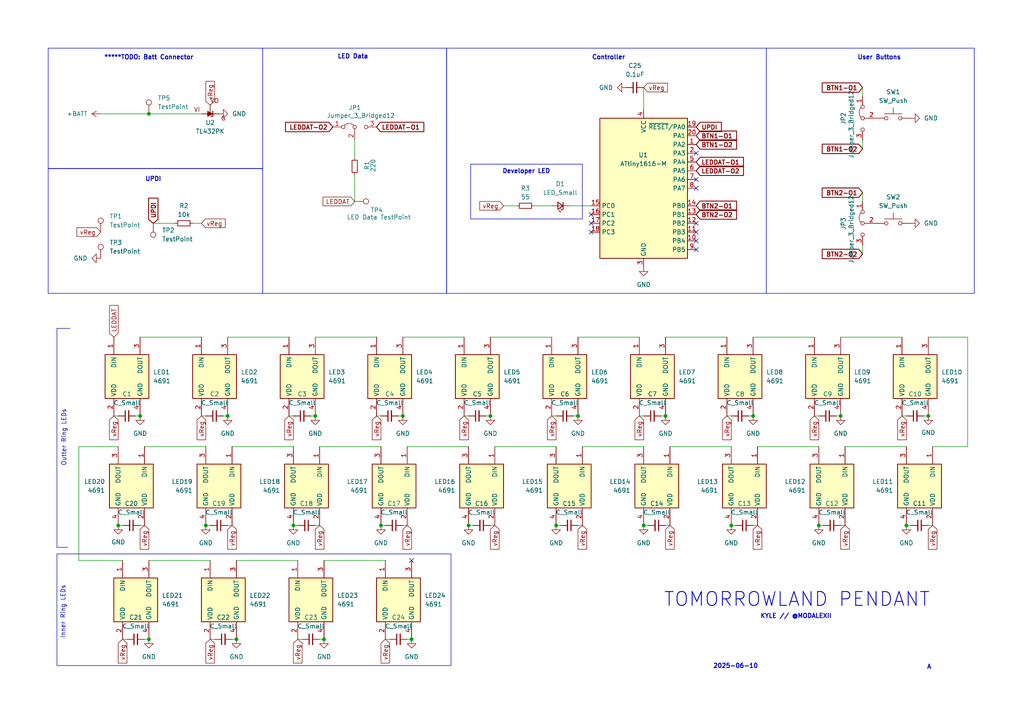
<source format=kicad_sch>
(kicad_sch (version 20231120) (generator "eeschema") (generator_version "8.0")
  (paper "A4")
  (lib_symbols
    (symbol "Connector:TestPoint" (pin_numbers hide) (pin_names (offset 0.762) hide)
      (property "Reference" "TP" (at 0 6.858 0))
      (property "Value" "TestPoint" (at 0 5.08 0))
      (symbol "TestPoint_1_1"
        (pin passive line (at 0 0 90) (length 2.54) (name "1") (number "1"))
      )
    )
    (symbol "Device:C_Small" (pin_numbers hide) (pin_names (offset 0.254) hide)
      (property "Reference" "C" (at 0.254 1.778 0))
      (property "Value" "C_Small" (at 0.254 -2.032 0))
      (symbol "C_Small_1_1"
        (pin passive line (at 0 2.54 270) (length 2.032) (name "~") (number "1"))
        (pin passive line (at 0 -2.54 90) (length 2.032) (name "~") (number "2"))
      )
    )
    (symbol "Device:LED_Small" (pin_numbers hide) (pin_names (offset 0.254) hide)
      (property "Reference" "D" (at -1.27 3.175 0))
      (property "Value" "LED_Small" (at -4.445 -2.54 0))
      (symbol "LED_Small_1_1"
        (pin passive line (at -2.54 0 0) (length 1.778) (name "K") (number "1"))
        (pin passive line (at 2.54 0 180) (length 1.778) (name "A") (number "2"))
      )
    )
    (symbol "Device:R_Small" (pin_numbers hide) (pin_names (offset 0.254) hide)
      (property "Reference" "R" (at 0.762 0.508 0))
      (property "Value" "R_Small" (at 0.762 -1.016 0))
      (symbol "R_Small_1_1"
        (pin passive line (at 0 2.54 270) (length 0.762) (name "~") (number "1"))
        (pin passive line (at 0 -2.54 90) (length 0.762) (name "~") (number "2"))
      )
    )
    (symbol "Jumper:Jumper_3_Bridged12" (pin_names (offset 0) hide) (exclude_from_sim yes) (in_bom no)
      (property "Reference" "JP" (at -2.54 -2.54 0))
      (property "Value" "Jumper_3_Bridged12" (at 0 2.794 0))
      (symbol "Jumper_3_Bridged12_1_1"
        (pin passive line (at -6.35 0 0) (length 2.54) (name "A") (number "1"))
        (pin passive line (at 0 -3.81 90) (length 2.54) (name "C") (number "2"))
        (pin passive line (at 6.35 0 180) (length 2.54) (name "B") (number "3"))
      )
    )
    (symbol "MCU_Microchip_ATtiny:ATtiny1616-M"
      (property "Reference" "U" (at -12.7 21.59 0))
      (property "Value" "ATtiny1616-M" (at 2.54 -21.59 0))
      (symbol "ATtiny1616-M_1_1"
        (pin bidirectional line (at 15.24 12.7 180) (length 2.54) (name "PA2") (number "1"))
        (pin bidirectional line (at 15.24 -15.24 180) (length 2.54) (name "PB4") (number "10"))
        (pin bidirectional line (at 15.24 -12.7 180) (length 2.54) (name "PB3") (number "11"))
        (pin bidirectional line (at 15.24 -10.16 180) (length 2.54) (name "PB2") (number "12"))
        (pin bidirectional line (at 15.24 -7.62 180) (length 2.54) (name "PB1") (number "13"))
        (pin bidirectional line (at 15.24 -5.08 180) (length 2.54) (name "PB0") (number "14"))
        (pin bidirectional line (at -15.24 -5.08 0) (length 2.54) (name "PC0") (number "15"))
        (pin bidirectional line (at -15.24 -7.62 0) (length 2.54) (name "PC1") (number "16"))
        (pin bidirectional line (at -15.24 -10.16 0) (length 2.54) (name "PC2") (number "17"))
        (pin bidirectional line (at -15.24 -12.7 0) (length 2.54) (name "PC3") (number "18"))
        (pin bidirectional line (at 15.24 17.78 180) (length 2.54) (name "~{RESET}/PA0") (number "19"))
        (pin bidirectional line (at 15.24 10.16 180) (length 2.54) (name "PA3") (number "2"))
        (pin bidirectional line (at 15.24 15.24 180) (length 2.54) (name "PA1") (number "20"))
        (pin passive line (at 0 -22.86 90) (length 2.54) hide (name "GND") (number "21"))
        (pin power_in line (at 0 -22.86 90) (length 2.54) (name "GND") (number "3"))
        (pin power_in line (at 0 22.86 270) (length 2.54) (name "VCC") (number "4"))
        (pin bidirectional line (at 15.24 7.62 180) (length 2.54) (name "PA4") (number "5"))
        (pin bidirectional line (at 15.24 5.08 180) (length 2.54) (name "PA5") (number "6"))
        (pin bidirectional line (at 15.24 2.54 180) (length 2.54) (name "PA6") (number "7"))
        (pin bidirectional line (at 15.24 0 180) (length 2.54) (name "PA7") (number "8"))
        (pin bidirectional line (at 15.24 -17.78 180) (length 2.54) (name "PB5") (number "9"))
      )
    )
    (symbol "Reference_Voltage:TL432PK" (pin_numbers hide) (pin_names hide)
      (property "Reference" "U2" (at 0 -2.54 0))
      (property "Value" "TL432PK" (at 0 -5.08 0))
      (symbol "TL432PK_1_1"
        (text "G" (at 3.81 -1.27 0) (effects (font (size 1.27 1.27))))
        (text "VI" (at -3.81 1.27 0) (effects (font (size 1.27 1.27))))
        (text "VO" (at 1.27 3.81 0) (effects (font (size 1.27 1.27))))
        (pin passive line (at 2.54 0 180) (length 2.54) (name "GND") (number "1"))
        (pin passive line (at -2.54 0 0) (length 2.54) (name "VIN") (number "2"))
        (pin passive line (at 0 2.54 270) (length 2.54) (name "VOUT") (number "3"))
      )
    )
    (symbol "SamacSys_Parts:4691"
      (property "Reference" "LED1" (at 10.1599 -11.43 90))
      (property "Value" "4691" (at 12.6999 -11.43 90))
      (symbol "4691_1_1"
        (pin passive line (at 0 0 0) (length 5.08) (name "DIN") (number "1"))
        (pin passive line (at 22.86 0 180) (length 5.08) (name "VDD") (number "2"))
        (pin passive line (at 0 -7.62 0) (length 5.08) (name "DOUT") (number "3"))
        (pin passive line (at 22.86 -7.62 180) (length 5.08) (name "GND") (number "4"))
      )
    )
    (symbol "Switch:SW_Push" (pin_numbers hide) (pin_names (offset 1.016) hide)
      (property "Reference" "SW" (at 1.27 2.54 0))
      (property "Value" "SW_Push" (at 0 -1.524 0))
      (symbol "SW_Push_0_1"
        (pin passive line (at -5.08 0 0) (length 2.54) (name "1") (number "1"))
        (pin passive line (at 5.08 0 180) (length 2.54) (name "2") (number "2"))
      )
    )
    (symbol "power:+BATT" (power) (pin_numbers hide) (pin_names (offset 0) hide)
      (property "Value" "+BATT" (at 0 3.556 0))
      (symbol "+BATT_1_1"
        (pin power_in line (at 0 0 90) (length 0) (name "~") (number "1"))
      )
    )
    (symbol "power:GND" (power) (pin_numbers hide) (pin_names (offset 0) hide)
      (property "Value" "GND" (at 0 -3.81 0))
      (symbol "GND_1_1"
        (pin power_in line (at 0 0 270) (length 0) (name "~") (number "1"))
      )
    )
  )
  (junction (at 269.24 120.65))
  (junction (at 43.18 185.42))
  (junction (at 66.04 120.65))
  (junction (at 85.09 152.4))
  (junction (at 142.24 120.65))
  (junction (at 193.04 120.65))
  (junction (at 116.84 120.65))
  (junction (at 40.64 120.65))
  (junction (at 135.89 152.4))
  (junction (at 68.58 185.42))
  (junction (at 161.29 152.4))
  (junction (at 237.49 152.4))
  (junction (at 43.18 33.02))
  (junction (at 218.44 120.65))
  (junction (at 91.44 120.65))
  (junction (at 167.64 120.65))
  (junction (at 93.98 185.42))
  (junction (at 119.38 185.42))
  (junction (at 59.69 152.4))
  (junction (at 212.09 152.4))
  (junction (at 186.69 152.4))
  (junction (at 34.29 152.4))
  (junction (at 243.84 120.65))
  (junction (at 262.89 152.4))
  (junction (at 110.49 152.4))
  (no_connect (at 201.93 72.39))
  (no_connect (at 201.93 52.07))
  (no_connect (at 119.38 162.56))
  (no_connect (at 201.93 67.31))
  (no_connect (at 201.93 54.61))
  (no_connect (at 171.45 64.77))
  (no_connect (at 201.93 64.77))
  (no_connect (at 171.45 67.31))
  (no_connect (at 201.93 69.85))
  (no_connect (at 171.45 62.23))
  (no_connect (at 201.93 44.45))
  (wire (pts (xy 60.96 152.4) (xy 59.69 152.4)))
  (wire (pts (xy 264.16 152.4) (xy 262.89 152.4)))
  (wire (pts (xy 29.21 33.02) (xy 43.18 33.02)))
  (wire (pts (xy 270.51 129.54) (xy 280.67 129.54)))
  (wire (pts (xy 92.71 152.4) (xy 91.44 152.4)))
  (wire (pts (xy 280.67 129.54) (xy 280.67 97.79)))
  (wire (pts (xy 217.17 120.65) (xy 218.44 120.65)))
  (wire (pts (xy 102.87 50.8) (xy 102.87 58.42)))
  (wire (pts (xy 185.42 120.65) (xy 186.69 120.65)))
  (wire (pts (xy 137.16 152.4) (xy 135.89 152.4)))
  (wire (pts (xy 33.02 120.65) (xy 34.29 120.65)))
  (wire (pts (xy 237.49 129.54) (xy 219.71 129.54)))
  (wire (pts (xy 162.56 152.4) (xy 161.29 152.4)))
  (wire (pts (xy 250.19 40.64) (xy 250.19 43.18)))
  (wire (pts (xy 116.84 97.79) (xy 134.62 97.79)))
  (wire (pts (xy 168.91 152.4) (xy 167.64 152.4)))
  (wire (pts (xy 34.29 129.54) (xy 22.86 129.54)))
  (wire (pts (xy 43.18 33.02) (xy 58.42 33.02)))
  (wire (pts (xy 90.17 120.65) (xy 91.44 120.65)))
  (wire (pts (xy 92.71 185.42) (xy 93.98 185.42)))
  (wire (pts (xy 262.89 129.54) (xy 245.11 129.54)))
  (wire (pts (xy 270.51 152.4) (xy 269.24 152.4)))
  (wire (pts (xy 269.24 97.79) (xy 280.67 97.79)))
  (wire (pts (xy 212.09 129.54) (xy 194.31 129.54)))
  (polyline (pts (xy 19.685 158.75) (xy 16.51 158.75)))
  (wire (pts (xy 135.89 129.54) (xy 118.11 129.54)))
  (wire (pts (xy 67.31 152.4) (xy 66.04 152.4)))
  (wire (pts (xy 86.36 185.42) (xy 87.63 185.42)))
  (wire (pts (xy 41.91 152.4) (xy 40.64 152.4)))
  (wire (pts (xy 41.91 185.42) (xy 43.18 185.42)))
  (wire (pts (xy 43.18 162.56) (xy 60.96 162.56)))
  (wire (pts (xy 44.45 64.77) (xy 50.8 64.77)))
  (wire (pts (xy 250.19 25.4) (xy 250.19 27.94)))
  (wire (pts (xy 22.86 129.54) (xy 22.86 162.56)))
  (wire (pts (xy 55.88 64.77) (xy 58.42 64.77)))
  (wire (pts (xy 218.44 97.79) (xy 236.22 97.79)))
  (wire (pts (xy 250.19 55.88) (xy 250.19 58.42)))
  (wire (pts (xy 109.22 120.65) (xy 110.49 120.65)))
  (wire (pts (xy 83.82 120.65) (xy 85.09 120.65)))
  (wire (pts (xy 86.36 152.4) (xy 85.09 152.4)))
  (wire (pts (xy 213.36 152.4) (xy 212.09 152.4)))
  (wire (pts (xy 146.05 59.69) (xy 149.86 59.69)))
  (wire (pts (xy 118.11 185.42) (xy 119.38 185.42)))
  (wire (pts (xy 186.69 129.54) (xy 168.91 129.54)))
  (wire (pts (xy 60.96 185.42) (xy 62.23 185.42)))
  (wire (pts (xy 134.62 120.65) (xy 135.89 120.65)))
  (wire (pts (xy 193.04 97.79) (xy 210.82 97.79)))
  (wire (pts (xy 115.57 120.65) (xy 116.84 120.65)))
  (wire (pts (xy 118.11 152.4) (xy 116.84 152.4)))
  (wire (pts (xy 186.69 25.4) (xy 186.69 31.75)))
  (wire (pts (xy 140.97 120.65) (xy 142.24 120.65)))
  (wire (pts (xy 40.64 97.79) (xy 58.42 97.79)))
  (wire (pts (xy 261.62 120.65) (xy 262.89 120.65)))
  (wire (pts (xy 85.09 129.54) (xy 67.31 129.54)))
  (wire (pts (xy 267.97 120.65) (xy 269.24 120.65)))
  (wire (pts (xy 210.82 120.65) (xy 212.09 120.65)))
  (wire (pts (xy 243.84 97.79) (xy 261.62 97.79)))
  (wire (pts (xy 161.29 129.54) (xy 143.51 129.54)))
  (wire (pts (xy 58.42 120.65) (xy 59.69 120.65)))
  (wire (pts (xy 110.49 129.54) (xy 92.71 129.54)))
  (wire (pts (xy 64.77 120.65) (xy 66.04 120.65)))
  (wire (pts (xy 250.19 71.12) (xy 250.19 73.66)))
  (polyline (pts (xy 16.51 95.25) (xy 20.32 95.25)))
  (wire (pts (xy 91.44 97.79) (xy 109.22 97.79)))
  (wire (pts (xy 142.24 97.79) (xy 160.02 97.79)))
  (wire (pts (xy 166.37 120.65) (xy 167.64 120.65)))
  (wire (pts (xy 187.96 152.4) (xy 186.69 152.4)))
  (wire (pts (xy 154.94 59.69) (xy 160.02 59.69)))
  (wire (pts (xy 93.98 162.56) (xy 111.76 162.56)))
  (wire (pts (xy 219.71 152.4) (xy 218.44 152.4)))
  (wire (pts (xy 191.77 120.65) (xy 193.04 120.65)))
  (wire (pts (xy 68.58 162.56) (xy 86.36 162.56)))
  (wire (pts (xy 238.76 152.4) (xy 237.49 152.4)))
  (wire (pts (xy 66.04 97.79) (xy 83.82 97.79)))
  (wire (pts (xy 111.76 185.42) (xy 113.03 185.42)))
  (wire (pts (xy 35.56 185.42) (xy 36.83 185.42)))
  (wire (pts (xy 160.02 120.65) (xy 161.29 120.65)))
  (wire (pts (xy 236.22 120.65) (xy 237.49 120.65)))
  (wire (pts (xy 245.11 152.4) (xy 243.84 152.4)))
  (wire (pts (xy 143.51 152.4) (xy 142.24 152.4)))
  (wire (pts (xy 22.86 162.56) (xy 35.56 162.56)))
  (wire (pts (xy 167.64 97.79) (xy 185.42 97.79)))
  (wire (pts (xy 39.37 120.65) (xy 40.64 120.65)))
  (wire (pts (xy 67.31 185.42) (xy 68.58 185.42)))
  (polyline (pts (xy 16.51 158.75) (xy 16.51 95.25)))
  (wire (pts (xy 194.31 152.4) (xy 193.04 152.4)))
  (wire (pts (xy 242.57 120.65) (xy 243.84 120.65)))
  (wire (pts (xy 35.56 152.4) (xy 34.29 152.4)))
  (wire (pts (xy 59.69 129.54) (xy 41.91 129.54)))
  (wire (pts (xy 102.87 40.64) (xy 102.87 45.72)))
  (wire (pts (xy 165.1 59.69) (xy 171.45 59.69)))
  (wire (pts (xy 111.76 152.4) (xy 110.49 152.4)))
  (rectangle (start 13.97 48.895) (end 76.2 85.09))
  (rectangle (start 13.97 13.97) (end 76.2 48.895))
  (rectangle (start 76.2 13.97) (end 129.54 85.09))
  (rectangle (start 222.25 13.97) (end 282.575 85.09))
  (rectangle (start 16.51 160.655) (end 130.81 193.04))
  (rectangle (start 129.54 13.97) (end 222.25 85.09))
  (rectangle (start 136.525 47.625) (end 168.91 63.5))
  (text "2025-06-10" (at 213.36 193.294 0) (effects (font (size 1.27 1.27) (thickness 0.254) (bold yes))))
  (text "Controller" (at 176.53 16.764 0) (effects (font (size 1.27 1.27) (thickness 0.254) (bold yes))))
  (text "Developer LED" (at 152.654 49.784 0) (effects (font (size 1.27 1.27) (thickness 0.254) (bold yes))))
  (text "Inner Ring LEDs" (at 18.288 177.546 90) (effects (font (size 1.27 1.27))))
  (text "Outter Ring LEDs" (at 18.542 127 90) (effects (font (size 1.27 1.27))))
  (text "KYLE // @MODALEXII" (at 230.886 178.816 0) (effects (font (size 1.27 1.27) (thickness 0.254) (bold yes))))
  (text "*****TODO: Batt Connector" (at 43.18 16.764 0) (effects (font (size 1.27 1.27) (thickness 0.254) (bold yes))))
  (text "TOMORROWLAND PENDANT" (at 231.14 173.99 0) (effects (font (size 4 4) (thickness 0.254) (bold yes))))
  (text "UPDI" (at 44.45 52.07 0) (effects (font (size 1.27 1.27) (thickness 0.254) (bold yes))))
  (text "A" (at 269.494 193.548 0) (effects (font (size 1.27 1.27) (thickness 0.254) (bold yes))))
  (text "LED Data" (at 102.362 16.51 0) (effects (font (size 1.27 1.27) (thickness 0.254) (bold yes))))
  (text "User Buttons" (at 255.016 16.764 0) (effects (font (size 1.27 1.27) (thickness 0.254) (bold yes))))
  (global_label "vReg" (shape input) (at 41.91 152.4 270) (property "Intersheetrefs" "${INTERSHEET_REFS}" (effects (hide yes))))
  (global_label "vReg" (shape input) (at 83.82 120.65 270) (property "Intersheetrefs" "${INTERSHEET_REFS}" (effects (hide yes))))
  (global_label "LEDDAT-O1" (shape input) (at 109.22 36.83 0) (effects (font (thickness 0.254) (bold yes))) (property "Intersheetrefs" "${INTERSHEET_REFS}" (effects (hide yes))))
  (global_label "BTN2-O2" (shape input) (at 250.19 73.66 180) (effects (font (thickness 0.254) (bold yes))) (property "Intersheetrefs" "${INTERSHEET_REFS}" (effects (hide yes))))
  (global_label "vReg" (shape input) (at 35.56 185.42 270) (property "Intersheetrefs" "${INTERSHEET_REFS}" (effects (hide yes))))
  (global_label "vReg" (shape input) (at 270.51 152.4 270) (property "Intersheetrefs" "${INTERSHEET_REFS}" (effects (hide yes))))
  (global_label "vReg" (shape input) (at 111.76 185.42 270) (property "Intersheetrefs" "${INTERSHEET_REFS}" (effects (hide yes))))
  (global_label "vReg" (shape input) (at 92.71 152.4 270) (property "Intersheetrefs" "${INTERSHEET_REFS}" (effects (hide yes))))
  (global_label "LEDDAT" (shape input) (at 33.02 97.79 90) (property "Intersheetrefs" "${INTERSHEET_REFS}" (effects (hide yes))))
  (global_label "vReg" (shape input) (at 186.69 25.4 0) (property "Intersheetrefs" "${INTERSHEET_REFS}" (effects (hide yes))))
  (global_label "BTN1-O2" (shape input) (at 201.93 41.91 0) (effects (font (thickness 0.254) (bold yes))) (property "Intersheetrefs" "${INTERSHEET_REFS}" (effects (hide yes))))
  (global_label "vReg" (shape input) (at 261.62 120.65 270) (property "Intersheetrefs" "${INTERSHEET_REFS}" (effects (hide yes))))
  (global_label "vReg" (shape input) (at 160.02 120.65 270) (property "Intersheetrefs" "${INTERSHEET_REFS}" (effects (hide yes))))
  (global_label "LEDDAT" (shape input) (at 102.87 58.42 180) (property "Intersheetrefs" "${INTERSHEET_REFS}" (effects (hide yes))))
  (global_label "LEDDAT-O1" (shape input) (at 201.93 46.99 0) (effects (font (thickness 0.254) (bold yes))) (property "Intersheetrefs" "${INTERSHEET_REFS}" (effects (hide yes))))
  (global_label "BTN1-O2" (shape input) (at 250.19 43.18 180) (effects (font (thickness 0.254) (bold yes))) (property "Intersheetrefs" "${INTERSHEET_REFS}" (effects (hide yes))))
  (global_label "vReg" (shape input) (at 60.96 185.42 270) (property "Intersheetrefs" "${INTERSHEET_REFS}" (effects (hide yes))))
  (global_label "BTN2-O1" (shape input) (at 250.19 55.88 180) (effects (font (thickness 0.254) (bold yes))) (property "Intersheetrefs" "${INTERSHEET_REFS}" (effects (hide yes))))
  (global_label "vReg" (shape input) (at 67.31 152.4 270) (property "Intersheetrefs" "${INTERSHEET_REFS}" (effects (hide yes))))
  (global_label "vReg" (shape input) (at 219.71 152.4 270) (property "Intersheetrefs" "${INTERSHEET_REFS}" (effects (hide yes))))
  (global_label "vReg" (shape input) (at 118.11 152.4 270) (property "Intersheetrefs" "${INTERSHEET_REFS}" (effects (hide yes))))
  (global_label "LEDDAT-O2" (shape input) (at 201.93 49.53 0) (effects (font (thickness 0.254) (bold yes))) (property "Intersheetrefs" "${INTERSHEET_REFS}" (effects (hide yes))))
  (global_label "vReg" (shape input) (at 168.91 152.4 270) (property "Intersheetrefs" "${INTERSHEET_REFS}" (effects (hide yes))))
  (global_label "vReg" (shape input) (at 210.82 120.65 270) (property "Intersheetrefs" "${INTERSHEET_REFS}" (effects (hide yes))))
  (global_label "vReg" (shape input) (at 86.36 185.42 270) (property "Intersheetrefs" "${INTERSHEET_REFS}" (effects (hide yes))))
  (global_label "BTN1-O1" (shape input) (at 250.19 25.4 180) (effects (font (thickness 0.254) (bold yes))) (property "Intersheetrefs" "${INTERSHEET_REFS}" (effects (hide yes))))
  (global_label "vReg" (shape input) (at 134.62 120.65 270) (property "Intersheetrefs" "${INTERSHEET_REFS}" (effects (hide yes))))
  (global_label "UPDI" (shape input) (at 201.93 36.83 0) (effects (font (thickness 0.254) (bold yes))) (property "Intersheetrefs" "${INTERSHEET_REFS}" (effects (hide yes))))
  (global_label "vReg" (shape input) (at 185.42 120.65 270) (property "Intersheetrefs" "${INTERSHEET_REFS}" (effects (hide yes))))
  (global_label "vReg" (shape input) (at 58.42 64.77 0) (property "Intersheetrefs" "${INTERSHEET_REFS}" (effects (hide yes))))
  (global_label "BTN2-O1" (shape input) (at 201.93 59.69 0) (effects (font (thickness 0.254) (bold yes))) (property "Intersheetrefs" "${INTERSHEET_REFS}" (effects (hide yes))))
  (global_label "vReg" (shape input) (at 58.42 120.65 270) (property "Intersheetrefs" "${INTERSHEET_REFS}" (effects (hide yes))))
  (global_label "vReg" (shape input) (at 109.22 120.65 270) (property "Intersheetrefs" "${INTERSHEET_REFS}" (effects (hide yes))))
  (global_label "vReg" (shape input) (at 143.51 152.4 270) (property "Intersheetrefs" "${INTERSHEET_REFS}" (effects (hide yes))))
  (global_label "vReg" (shape input) (at 146.05 59.69 180) (property "Intersheetrefs" "${INTERSHEET_REFS}" (effects (hide yes))))
  (global_label "LEDDAT-O2" (shape input) (at 96.52 36.83 180) (effects (font (thickness 0.254) (bold yes))) (property "Intersheetrefs" "${INTERSHEET_REFS}" (effects (hide yes))))
  (global_label "vReg" (shape input) (at 236.22 120.65 270) (property "Intersheetrefs" "${INTERSHEET_REFS}" (effects (hide yes))))
  (global_label "vReg" (shape input) (at 33.02 120.65 270) (property "Intersheetrefs" "${INTERSHEET_REFS}" (effects (hide yes))))
  (global_label "vReg" (shape input) (at 194.31 152.4 270) (property "Intersheetrefs" "${INTERSHEET_REFS}" (effects (hide yes))))
  (global_label "BTN2-O2" (shape input) (at 201.93 62.23 0) (effects (font (thickness 0.254) (bold yes))) (property "Intersheetrefs" "${INTERSHEET_REFS}" (effects (hide yes))))
  (global_label "vReg" (shape input) (at 245.11 152.4 270) (property "Intersheetrefs" "${INTERSHEET_REFS}" (effects (hide yes))))
  (global_label "UPDI" (shape input) (at 44.45 64.77 90) (effects (font (thickness 0.254) (bold yes))) (property "Intersheetrefs" "${INTERSHEET_REFS}" (effects (hide yes))))
  (global_label "vReg" (shape input) (at 29.21 67.31 180) (property "Intersheetrefs" "${INTERSHEET_REFS}" (effects (hide yes))))
  (global_label "BTN1-O1" (shape input) (at 201.93 39.37 0) (effects (font (thickness 0.254) (bold yes))) (property "Intersheetrefs" "${INTERSHEET_REFS}" (effects (hide yes))))
  (global_label "vReg" (shape input) (at 60.96 30.48 90) (property "Intersheetrefs" "${INTERSHEET_REFS}" (effects (hide yes))))
  (symbol (lib_id "power:GND") (at 91.44 120.65 0) (unit 1)
    (property "Reference" "#PWR03" (effects (hide yes)))
    (property "Value" "GND" (at 91.44 125.73 0))
    (property "Description" "Power symbol creates a global label with name \"GND\" , ground" (effects (hide yes)))
  )
  (symbol (lib_id "SamacSys_Parts:4691") (at 35.56 162.56 90) (mirror x) (unit 1)
    (property "Reference" "LED21" (at 46.99 172.7199 90) (effects (justify right)))
    (property "Value" "4691" (at 46.99 175.2599 90) (effects (justify right)))
    (property "Footprint" "SamacSys:4691" (effects (hide yes)))
    (property "Datasheet" "https://cdn-shop.adafruit.com/product-files/4691/4691_SK68XX_SIDE_REV.04_EN_1_.pdf" (effects (hide yes)))
    (property "Description" "Adafruit Accessories NeoPixel Side-Light RGB LED w/ Integrated Driver Chip - 10-pack - SK6812B 4020" (effects (hide yes)))
    (property "Height" "2.1" (effects (hide yes)))
    (property "Mouser Part Number" "485-4691" (effects (hide yes)))
    (property "Mouser Price/Stock" "https://www.mouser.co.uk/ProductDetail/Adafruit/4691?qs=DPoM0jnrROWxg7zGo0cOBA%3D%3D" (effects (hide yes)))
    (property "Manufacturer_Name" "Adafruit" (effects (hide yes)))
    (property "Manufacturer_Part_Number" "4691" (effects (hide yes)))
  )
  (symbol (lib_id "Device:C_Small") (at 88.9 152.4 270) (mirror x) (unit 1)
    (property "Reference" "C18" (at 88.8937 146.05 90))
    (property "Value" "C_Small" (at 88.8937 148.59 90))
    (property "Footprint" "Capacitor_SMD:C_0402_1005Metric" (effects (hide yes)))
    (property "Description" "Unpolarized capacitor, small symbol" (effects (hide yes)))
  )
  (symbol (lib_id "Device:C_Small") (at 163.83 120.65 90) (unit 1)
    (property "Reference" "C6" (at 163.8363 114.3 90))
    (property "Value" "C_Small" (at 163.8363 116.84 90))
    (property "Footprint" "Capacitor_SMD:C_0402_1005Metric" (effects (hide yes)))
    (property "Description" "Unpolarized capacitor, small symbol" (effects (hide yes)))
  )
  (symbol (lib_id "Device:C_Small") (at 189.23 120.65 90) (unit 1)
    (property "Reference" "C7" (at 189.2363 114.3 90))
    (property "Value" "C_Small" (at 189.2363 116.84 90))
    (property "Footprint" "Capacitor_SMD:C_0402_1005Metric" (effects (hide yes)))
    (property "Description" "Unpolarized capacitor, small symbol" (effects (hide yes)))
  )
  (symbol (lib_id "power:GND") (at 193.04 120.65 0) (unit 1)
    (property "Reference" "#PWR07" (effects (hide yes)))
    (property "Value" "GND" (at 193.04 125.73 0))
    (property "Description" "Power symbol creates a global label with name \"GND\" , ground" (effects (hide yes)))
  )
  (symbol (lib_id "Device:C_Small") (at 64.77 185.42 90) (unit 1)
    (property "Reference" "C22" (at 64.7763 179.07 90))
    (property "Value" "C_Small" (at 64.7763 181.61 90))
    (property "Footprint" "Capacitor_SMD:C_0402_1005Metric" (effects (hide yes)))
    (property "Description" "Unpolarized capacitor, small symbol" (effects (hide yes)))
  )
  (symbol (lib_id "power:GND") (at 186.69 152.4 0) (mirror y) (unit 1)
    (property "Reference" "#PWR014" (effects (hide yes)))
    (property "Value" "GND" (at 186.69 157.48 0))
    (property "Description" "Power symbol creates a global label with name \"GND\" , ground" (effects (hide yes)))
  )
  (symbol (lib_id "power:GND") (at 161.29 152.4 0) (mirror y) (unit 1)
    (property "Reference" "#PWR015" (effects (hide yes)))
    (property "Value" "GND" (at 161.29 157.48 0))
    (property "Description" "Power symbol creates a global label with name \"GND\" , ground" (effects (hide yes)))
  )
  (symbol (lib_id "SamacSys_Parts:4691") (at 143.51 129.54 270) (unit 1)
    (property "Reference" "LED16" (at 132.08 139.6999 90) (effects (justify right)))
    (property "Value" "4691" (at 132.08 142.2399 90) (effects (justify right)))
    (property "Footprint" "SamacSys:4691" (effects (hide yes)))
    (property "Datasheet" "https://cdn-shop.adafruit.com/product-files/4691/4691_SK68XX_SIDE_REV.04_EN_1_.pdf" (effects (hide yes)))
    (property "Description" "Adafruit Accessories NeoPixel Side-Light RGB LED w/ Integrated Driver Chip - 10-pack - SK6812B 4020" (effects (hide yes)))
    (property "Height" "2.1" (effects (hide yes)))
    (property "Mouser Part Number" "485-4691" (effects (hide yes)))
    (property "Mouser Price/Stock" "https://www.mouser.co.uk/ProductDetail/Adafruit/4691?qs=DPoM0jnrROWxg7zGo0cOBA%3D%3D" (effects (hide yes)))
    (property "Manufacturer_Name" "Adafruit" (effects (hide yes)))
    (property "Manufacturer_Part_Number" "4691" (effects (hide yes)))
  )
  (symbol (lib_id "Device:C_Small") (at 215.9 152.4 270) (mirror x) (unit 1)
    (property "Reference" "C13" (at 215.8937 146.05 90))
    (property "Value" "C_Small" (at 215.8937 148.59 90))
    (property "Footprint" "Capacitor_SMD:C_0402_1005Metric" (effects (hide yes)))
    (property "Description" "Unpolarized capacitor, small symbol" (effects (hide yes)))
  )
  (symbol (lib_id "Device:LED_Small") (at 119.38 -2.54 0) (unit 1)
    (property "Reference" "D2" (at 119.4435 -8.89 0))
    (property "Value" "LED_Small" (at 119.4435 -6.35 0))
    (property "Footprint" "LED_SMD:LED_0603_1608Metric" (effects (hide yes)))
    (property "Description" "Light emitting diode, small symbol" (effects (hide yes)))
  )
  (symbol (lib_id "Switch:SW_Push") (at 259.08 34.29 0) (unit 1)
    (property "Reference" "SW1" (at 259.08 26.67 0))
    (property "Value" "SW_Push" (at 259.08 29.21 0))
    (property "Footprint" "SamacSys:SKSNLAE010" (effects (hide yes)))
    (property "Description" "Push button switch, generic, two pins" (effects (hide yes)))
  )
  (symbol (lib_id "power:GND") (at 29.21 74.93 270) (unit 1)
    (property "Reference" "#PWR029" (effects (hide yes)))
    (property "Value" "GND" (at 25.4 74.9299 90) (effects (justify right)))
    (property "Description" "Power symbol creates a global label with name \"GND\" , ground" (effects (hide yes)))
  )
  (symbol (lib_id "SamacSys_Parts:4691") (at 58.42 97.79 90) (mirror x) (unit 1)
    (property "Reference" "LED2" (at 69.85 107.9499 90) (effects (justify right)))
    (property "Value" "4691" (at 69.85 110.4899 90) (effects (justify right)))
    (property "Footprint" "SamacSys:4691" (effects (hide yes)))
    (property "Datasheet" "https://cdn-shop.adafruit.com/product-files/4691/4691_SK68XX_SIDE_REV.04_EN_1_.pdf" (effects (hide yes)))
    (property "Description" "Adafruit Accessories NeoPixel Side-Light RGB LED w/ Integrated Driver Chip - 10-pack - SK6812B 4020" (effects (hide yes)))
    (property "Height" "2.1" (effects (hide yes)))
    (property "Mouser Part Number" "485-4691" (effects (hide yes)))
    (property "Mouser Price/Stock" "https://www.mouser.co.uk/ProductDetail/Adafruit/4691?qs=DPoM0jnrROWxg7zGo0cOBA%3D%3D" (effects (hide yes)))
    (property "Manufacturer_Name" "Adafruit" (effects (hide yes)))
    (property "Manufacturer_Part_Number" "4691" (effects (hide yes)))
  )
  (symbol (lib_id "power:GND") (at 34.29 152.4 0) (mirror y) (unit 1)
    (property "Reference" "#PWR020" (effects (hide yes)))
    (property "Value" "GND" (at 34.29 157.226 0))
    (property "Description" "Power symbol creates a global label with name \"GND\" , ground" (effects (hide yes)))
  )
  (symbol (lib_id "power:GND") (at 262.89 152.4 0) (mirror y) (unit 1)
    (property "Reference" "#PWR011" (effects (hide yes)))
    (property "Value" "GND" (at 262.89 157.48 0))
    (property "Description" "Power symbol creates a global label with name \"GND\" , ground" (effects (hide yes)))
  )
  (symbol (lib_id "power:GND") (at 243.84 120.65 0) (unit 1)
    (property "Reference" "#PWR09" (effects (hide yes)))
    (property "Value" "GND" (at 243.84 125.73 0))
    (property "Description" "Power symbol creates a global label with name \"GND\" , ground" (effects (hide yes)))
  )
  (symbol (lib_id "power:GND") (at 186.69 77.47 0) (unit 1)
    (property "Reference" "#PWR027" (effects (hide yes)))
    (property "Value" "GND" (at 186.69 82.55 0))
    (property "Description" "Power symbol creates a global label with name \"GND\" , ground" (effects (hide yes)))
  )
  (symbol (lib_id "MCU_Microchip_ATtiny:ATtiny1616-M") (at 186.69 54.61 0) (unit 1)
    (property "Reference" "U1" (at 185.166 44.958 0) (effects (justify left)))
    (property "Value" "ATtiny1616-M" (at 179.832 47.498 0) (effects (justify left)))
    (property "Footprint" "Package_DFN_QFN:VQFN-20-1EP_3x3mm_P0.4mm_EP1.7x1.7mm" (effects (hide yes)))
    (property "Datasheet" "http://ww1.microchip.com/downloads/en/DeviceDoc/ATtiny3216_ATtiny1616-data-sheet-40001997B.pdf" (effects (hide yes)))
    (property "Description" "20MHz, 16kB Flash, 2kB SRAM, 256B EEPROM, VQFN-20" (effects (hide yes)))
  )
  (symbol (lib_id "power:GND") (at 142.24 120.65 0) (unit 1)
    (property "Reference" "#PWR05" (effects (hide yes)))
    (property "Value" "GND" (at 142.24 125.73 0))
    (property "Description" "Power symbol creates a global label with name \"GND\" , ground" (effects (hide yes)))
  )
  (symbol (lib_id "SamacSys_Parts:4691") (at 92.71 129.54 270) (unit 1)
    (property "Reference" "LED18" (at 81.28 139.6999 90) (effects (justify right)))
    (property "Value" "4691" (at 81.28 142.2399 90) (effects (justify right)))
    (property "Footprint" "SamacSys:4691" (effects (hide yes)))
    (property "Datasheet" "https://cdn-shop.adafruit.com/product-files/4691/4691_SK68XX_SIDE_REV.04_EN_1_.pdf" (effects (hide yes)))
    (property "Description" "Adafruit Accessories NeoPixel Side-Light RGB LED w/ Integrated Driver Chip - 10-pack - SK6812B 4020" (effects (hide yes)))
    (property "Height" "2.1" (effects (hide yes)))
    (property "Mouser Part Number" "485-4691" (effects (hide yes)))
    (property "Mouser Price/Stock" "https://www.mouser.co.uk/ProductDetail/Adafruit/4691?qs=DPoM0jnrROWxg7zGo0cOBA%3D%3D" (effects (hide yes)))
    (property "Manufacturer_Name" "Adafruit" (effects (hide yes)))
    (property "Manufacturer_Part_Number" "4691" (effects (hide yes)))
  )
  (symbol (lib_id "power:GND") (at 269.24 120.65 0) (unit 1)
    (property "Reference" "#PWR010" (effects (hide yes)))
    (property "Value" "GND" (at 269.24 125.476 0))
    (property "Description" "Power symbol creates a global label with name \"GND\" , ground" (effects (hide yes)))
  )
  (symbol (lib_id "SamacSys_Parts:4691") (at 160.02 97.79 90) (mirror x) (unit 1)
    (property "Reference" "LED6" (at 171.45 107.9499 90) (effects (justify right)))
    (property "Value" "4691" (at 171.45 110.4899 90) (effects (justify right)))
    (property "Footprint" "SamacSys:4691" (effects (hide yes)))
    (property "Datasheet" "https://cdn-shop.adafruit.com/product-files/4691/4691_SK68XX_SIDE_REV.04_EN_1_.pdf" (effects (hide yes)))
    (property "Description" "Adafruit Accessories NeoPixel Side-Light RGB LED w/ Integrated Driver Chip - 10-pack - SK6812B 4020" (effects (hide yes)))
    (property "Height" "2.1" (effects (hide yes)))
    (property "Mouser Part Number" "485-4691" (effects (hide yes)))
    (property "Mouser Price/Stock" "https://www.mouser.co.uk/ProductDetail/Adafruit/4691?qs=DPoM0jnrROWxg7zGo0cOBA%3D%3D" (effects (hide yes)))
    (property "Manufacturer_Name" "Adafruit" (effects (hide yes)))
    (property "Manufacturer_Part_Number" "4691" (effects (hide yes)))
  )
  (symbol (lib_id "Jumper:Jumper_3_Bridged12") (at 250.19 64.77 90) (mirror x) (unit 1) (exclude_from_sim yes) (in_bom no)
    (property "Reference" "JP3" (at 244.602 62.992 0) (effects (justify left)))
    (property "Value" "Jumper_3_Bridged12" (at 246.888 56.642 0) (effects (justify left)))
    (property "Footprint" "Jumper:SolderJumper-3_P1.3mm_Bridged2Bar12_RoundedPad1.0x1.5mm" (effects (hide yes)))
    (property "Description" "Jumper, 3-pole, pins 1+2 closed/bridged" (effects (hide yes)))
  )
  (symbol (lib_id "SamacSys_Parts:4691") (at 111.76 162.56 90) (mirror x) (unit 1)
    (property "Reference" "LED24" (at 123.19 172.7199 90) (effects (justify right)))
    (property "Value" "4691" (at 123.19 175.2599 90) (effects (justify right)))
    (property "Footprint" "SamacSys:4691" (effects (hide yes)))
    (property "Datasheet" "https://cdn-shop.adafruit.com/product-files/4691/4691_SK68XX_SIDE_REV.04_EN_1_.pdf" (effects (hide yes)))
    (property "Description" "Adafruit Accessories NeoPixel Side-Light RGB LED w/ Integrated Driver Chip - 10-pack - SK6812B 4020" (effects (hide yes)))
    (property "Height" "2.1" (effects (hide yes)))
    (property "Mouser Part Number" "485-4691" (effects (hide yes)))
    (property "Mouser Price/Stock" "https://www.mouser.co.uk/ProductDetail/Adafruit/4691?qs=DPoM0jnrROWxg7zGo0cOBA%3D%3D" (effects (hide yes)))
    (property "Manufacturer_Name" "Adafruit" (effects (hide yes)))
    (property "Manufacturer_Part_Number" "4691" (effects (hide yes)))
  )
  (symbol (lib_id "SamacSys_Parts:4691") (at 219.71 129.54 270) (unit 1)
    (property "Reference" "LED13" (at 208.28 139.6999 90) (effects (justify right)))
    (property "Value" "4691" (at 208.28 142.2399 90) (effects (justify right)))
    (property "Footprint" "SamacSys:4691" (effects (hide yes)))
    (property "Datasheet" "https://cdn-shop.adafruit.com/product-files/4691/4691_SK68XX_SIDE_REV.04_EN_1_.pdf" (effects (hide yes)))
    (property "Description" "Adafruit Accessories NeoPixel Side-Light RGB LED w/ Integrated Driver Chip - 10-pack - SK6812B 4020" (effects (hide yes)))
    (property "Height" "2.1" (effects (hide yes)))
    (property "Mouser Part Number" "485-4691" (effects (hide yes)))
    (property "Mouser Price/Stock" "https://www.mouser.co.uk/ProductDetail/Adafruit/4691?qs=DPoM0jnrROWxg7zGo0cOBA%3D%3D" (effects (hide yes)))
    (property "Manufacturer_Name" "Adafruit" (effects (hide yes)))
    (property "Manufacturer_Part_Number" "4691" (effects (hide yes)))
  )
  (symbol (lib_id "Device:C_Small") (at 190.5 152.4 270) (mirror x) (unit 1)
    (property "Reference" "C14" (at 190.4937 146.05 90))
    (property "Value" "C_Small" (at 190.4937 148.59 90))
    (property "Footprint" "Capacitor_SMD:C_0402_1005Metric" (effects (hide yes)))
    (property "Description" "Unpolarized capacitor, small symbol" (effects (hide yes)))
  )
  (symbol (lib_id "power:GND") (at 181.61 25.4 270) (unit 1)
    (property "Reference" "#PWR028" (effects (hide yes)))
    (property "Value" "GND" (at 177.8 25.3999 90) (effects (justify right)))
    (property "Description" "Power symbol creates a global label with name \"GND\" , ground" (effects (hide yes)))
  )
  (symbol (lib_id "Device:C_Small") (at 139.7 152.4 270) (mirror x) (unit 1)
    (property "Reference" "C16" (at 139.6937 146.05 90))
    (property "Value" "C_Small" (at 139.6937 148.59 90))
    (property "Footprint" "Capacitor_SMD:C_0402_1005Metric" (effects (hide yes)))
    (property "Description" "Unpolarized capacitor, small symbol" (effects (hide yes)))
  )
  (symbol (lib_id "Device:C_Small") (at 265.43 120.65 90) (unit 1)
    (property "Reference" "C10" (at 265.4363 114.3 90))
    (property "Value" "C_Small" (at 265.4363 116.84 90))
    (property "Footprint" "Capacitor_SMD:C_0402_1005Metric" (effects (hide yes)))
    (property "Description" "Unpolarized capacitor, small symbol" (effects (hide yes)))
  )
  (symbol (lib_id "SamacSys_Parts:4691") (at 210.82 97.79 90) (mirror x) (unit 1)
    (property "Reference" "LED8" (at 222.25 107.9499 90) (effects (justify right)))
    (property "Value" "4691" (at 222.25 110.4899 90) (effects (justify right)))
    (property "Footprint" "SamacSys:4691" (effects (hide yes)))
    (property "Datasheet" "https://cdn-shop.adafruit.com/product-files/4691/4691_SK68XX_SIDE_REV.04_EN_1_.pdf" (effects (hide yes)))
    (property "Description" "Adafruit Accessories NeoPixel Side-Light RGB LED w/ Integrated Driver Chip - 10-pack - SK6812B 4020" (effects (hide yes)))
    (property "Height" "2.1" (effects (hide yes)))
    (property "Mouser Part Number" "485-4691" (effects (hide yes)))
    (property "Mouser Price/Stock" "https://www.mouser.co.uk/ProductDetail/Adafruit/4691?qs=DPoM0jnrROWxg7zGo0cOBA%3D%3D" (effects (hide yes)))
    (property "Manufacturer_Name" "Adafruit" (effects (hide yes)))
    (property "Manufacturer_Part_Number" "4691" (effects (hide yes)))
  )
  (symbol (lib_id "SamacSys_Parts:4691") (at 185.42 97.79 90) (mirror x) (unit 1)
    (property "Reference" "LED7" (at 196.85 107.9499 90) (effects (justify right)))
    (property "Value" "4691" (at 196.85 110.4899 90) (effects (justify right)))
    (property "Footprint" "SamacSys:4691" (effects (hide yes)))
    (property "Datasheet" "https://cdn-shop.adafruit.com/product-files/4691/4691_SK68XX_SIDE_REV.04_EN_1_.pdf" (effects (hide yes)))
    (property "Description" "Adafruit Accessories NeoPixel Side-Light RGB LED w/ Integrated Driver Chip - 10-pack - SK6812B 4020" (effects (hide yes)))
    (property "Height" "2.1" (effects (hide yes)))
    (property "Mouser Part Number" "485-4691" (effects (hide yes)))
    (property "Mouser Price/Stock" "https://www.mouser.co.uk/ProductDetail/Adafruit/4691?qs=DPoM0jnrROWxg7zGo0cOBA%3D%3D" (effects (hide yes)))
    (property "Manufacturer_Name" "Adafruit" (effects (hide yes)))
    (property "Manufacturer_Part_Number" "4691" (effects (hide yes)))
  )
  (symbol (lib_id "SamacSys_Parts:4691") (at 60.96 162.56 90) (mirror x) (unit 1)
    (property "Reference" "LED22" (at 72.39 172.7199 90) (effects (justify right)))
    (property "Value" "4691" (at 72.39 175.2599 90) (effects (justify right)))
    (property "Footprint" "SamacSys:4691" (effects (hide yes)))
    (property "Datasheet" "https://cdn-shop.adafruit.com/product-files/4691/4691_SK68XX_SIDE_REV.04_EN_1_.pdf" (effects (hide yes)))
    (property "Description" "Adafruit Accessories NeoPixel Side-Light RGB LED w/ Integrated Driver Chip - 10-pack - SK6812B 4020" (effects (hide yes)))
    (property "Height" "2.1" (effects (hide yes)))
    (property "Mouser Part Number" "485-4691" (effects (hide yes)))
    (property "Mouser Price/Stock" "https://www.mouser.co.uk/ProductDetail/Adafruit/4691?qs=DPoM0jnrROWxg7zGo0cOBA%3D%3D" (effects (hide yes)))
    (property "Manufacturer_Name" "Adafruit" (effects (hide yes)))
    (property "Manufacturer_Part_Number" "4691" (effects (hide yes)))
  )
  (symbol (lib_id "power:GND") (at 40.64 120.65 0) (unit 1)
    (property "Reference" "#PWR01" (effects (hide yes)))
    (property "Value" "GND" (at 40.64 125.73 0))
    (property "Description" "Power symbol creates a global label with name \"GND\" , ground" (effects (hide yes)))
  )
  (symbol (lib_id "power:GND") (at 63.5 33.02 90) (unit 1)
    (property "Reference" "#PWR026" (effects (hide yes)))
    (property "Value" "GND" (at 67.31 33.0199 90) (effects (justify right)))
    (property "Description" "Power symbol creates a global label with name \"GND\" , ground" (effects (hide yes)))
  )
  (symbol (lib_id "SamacSys_Parts:4691") (at 41.91 129.54 270) (unit 1)
    (property "Reference" "LED20" (at 30.48 139.6999 90) (effects (justify right)))
    (property "Value" "4691" (at 30.48 142.2399 90) (effects (justify right)))
    (property "Footprint" "SamacSys:4691" (effects (hide yes)))
    (property "Datasheet" "https://cdn-shop.adafruit.com/product-files/4691/4691_SK68XX_SIDE_REV.04_EN_1_.pdf" (effects (hide yes)))
    (property "Description" "Adafruit Accessories NeoPixel Side-Light RGB LED w/ Integrated Driver Chip - 10-pack - SK6812B 4020" (effects (hide yes)))
    (property "Height" "2.1" (effects (hide yes)))
    (property "Mouser Part Number" "485-4691" (effects (hide yes)))
    (property "Mouser Price/Stock" "https://www.mouser.co.uk/ProductDetail/Adafruit/4691?qs=DPoM0jnrROWxg7zGo0cOBA%3D%3D" (effects (hide yes)))
    (property "Manufacturer_Name" "Adafruit" (effects (hide yes)))
    (property "Manufacturer_Part_Number" "4691" (effects (hide yes)))
  )
  (symbol (lib_id "power:GND") (at 66.04 120.65 0) (unit 1)
    (property "Reference" "#PWR02" (effects (hide yes)))
    (property "Value" "GND" (at 66.04 125.73 0))
    (property "Description" "Power symbol creates a global label with name \"GND\" , ground" (effects (hide yes)))
  )
  (symbol (lib_id "Device:C_Small") (at 266.7 152.4 270) (mirror x) (unit 1)
    (property "Reference" "C11" (at 266.6937 146.05 90))
    (property "Value" "C_Small" (at 266.6937 148.59 90))
    (property "Footprint" "Capacitor_SMD:C_0402_1005Metric" (effects (hide yes)))
    (property "Description" "Unpolarized capacitor, small symbol" (effects (hide yes)))
  )
  (symbol (lib_id "power:GND") (at 93.98 185.42 0) (unit 1)
    (property "Reference" "#PWR023" (effects (hide yes)))
    (property "Value" "GND" (at 93.98 190.5 0))
    (property "Description" "Power symbol creates a global label with name \"GND\" , ground" (effects (hide yes)))
  )
  (symbol (lib_id "power:GND") (at 59.69 152.4 0) (mirror y) (unit 1)
    (property "Reference" "#PWR019" (effects (hide yes)))
    (property "Value" "GND" (at 59.69 157.48 0))
    (property "Description" "Power symbol creates a global label with name \"GND\" , ground" (effects (hide yes)))
  )
  (symbol (lib_id "Device:C_Small") (at 38.1 152.4 270) (mirror x) (unit 1)
    (property "Reference" "C20" (at 38.0937 146.05 90))
    (property "Value" "C_Small" (at 38.0937 148.59 90))
    (property "Footprint" "Capacitor_SMD:C_0402_1005Metric" (effects (hide yes)))
    (property "Description" "Unpolarized capacitor, small symbol" (effects (hide yes)))
  )
  (symbol (lib_id "power:GND") (at 218.44 120.65 0) (unit 1)
    (property "Reference" "#PWR08" (effects (hide yes)))
    (property "Value" "GND" (at 218.44 125.73 0))
    (property "Description" "Power symbol creates a global label with name \"GND\" , ground" (effects (hide yes)))
  )
  (symbol (lib_id "Device:C_Small") (at 90.17 185.42 90) (unit 1)
    (property "Reference" "C23" (at 90.1763 179.07 90))
    (property "Value" "C_Small" (at 90.1763 181.61 90))
    (property "Footprint" "Capacitor_SMD:C_0402_1005Metric" (effects (hide yes)))
    (property "Description" "Unpolarized capacitor, small symbol" (effects (hide yes)))
  )
  (symbol (lib_id "Device:C_Small") (at 115.57 185.42 90) (unit 1)
    (property "Reference" "C24" (at 115.5763 179.07 90))
    (property "Value" "C_Small" (at 115.5763 181.61 90))
    (property "Footprint" "Capacitor_SMD:C_0402_1005Metric" (effects (hide yes)))
    (property "Description" "Unpolarized capacitor, small symbol" (effects (hide yes)))
  )
  (symbol (lib_id "SamacSys_Parts:4691") (at 83.82 97.79 90) (mirror x) (unit 1)
    (property "Reference" "LED3" (at 95.25 107.9499 90) (effects (justify right)))
    (property "Value" "4691" (at 95.25 110.4899 90) (effects (justify right)))
    (property "Footprint" "SamacSys:4691" (effects (hide yes)))
    (property "Datasheet" "https://cdn-shop.adafruit.com/product-files/4691/4691_SK68XX_SIDE_REV.04_EN_1_.pdf" (effects (hide yes)))
    (property "Description" "Adafruit Accessories NeoPixel Side-Light RGB LED w/ Integrated Driver Chip - 10-pack - SK6812B 4020" (effects (hide yes)))
    (property "Height" "2.1" (effects (hide yes)))
    (property "Mouser Part Number" "485-4691" (effects (hide yes)))
    (property "Mouser Price/Stock" "https://www.mouser.co.uk/ProductDetail/Adafruit/4691?qs=DPoM0jnrROWxg7zGo0cOBA%3D%3D" (effects (hide yes)))
    (property "Manufacturer_Name" "Adafruit" (effects (hide yes)))
    (property "Manufacturer_Part_Number" "4691" (effects (hide yes)))
  )
  (symbol (lib_id "Device:C_Small") (at 241.3 152.4 270) (mirror x) (unit 1)
    (property "Reference" "C12" (at 241.2937 146.05 90))
    (property "Value" "C_Small" (at 241.2937 148.59 90))
    (property "Footprint" "Capacitor_SMD:C_0402_1005Metric" (effects (hide yes)))
    (property "Description" "Unpolarized capacitor, small symbol" (effects (hide yes)))
  )
  (symbol (lib_id "SamacSys_Parts:4691") (at 134.62 97.79 90) (mirror x) (unit 1)
    (property "Reference" "LED5" (at 146.05 107.9499 90) (effects (justify right)))
    (property "Value" "4691" (at 146.05 110.4899 90) (effects (justify right)))
    (property "Footprint" "SamacSys:4691" (effects (hide yes)))
    (property "Datasheet" "https://cdn-shop.adafruit.com/product-files/4691/4691_SK68XX_SIDE_REV.04_EN_1_.pdf" (effects (hide yes)))
    (property "Description" "Adafruit Accessories NeoPixel Side-Light RGB LED w/ Integrated Driver Chip - 10-pack - SK6812B 4020" (effects (hide yes)))
    (property "Height" "2.1" (effects (hide yes)))
    (property "Mouser Part Number" "485-4691" (effects (hide yes)))
    (property "Mouser Price/Stock" "https://www.mouser.co.uk/ProductDetail/Adafruit/4691?qs=DPoM0jnrROWxg7zGo0cOBA%3D%3D" (effects (hide yes)))
    (property "Manufacturer_Name" "Adafruit" (effects (hide yes)))
    (property "Manufacturer_Part_Number" "4691" (effects (hide yes)))
  )
  (symbol (lib_id "power:GND") (at 135.89 152.4 0) (mirror y) (unit 1)
    (property "Reference" "#PWR016" (effects (hide yes)))
    (property "Value" "GND" (at 135.89 157.48 0))
    (property "Description" "Power symbol creates a global label with name \"GND\" , ground" (effects (hide yes)))
  )
  (symbol (lib_id "power:GND") (at 264.16 64.77 90) (unit 1)
    (property "Reference" "#PWR031" (effects (hide yes)))
    (property "Value" "GND" (at 267.97 64.7699 90) (effects (justify right)))
    (property "Description" "Power symbol creates a global label with name \"GND\" , ground" (effects (hide yes)))
  )
  (symbol (lib_id "power:GND") (at 68.58 185.42 0) (unit 1)
    (property "Reference" "#PWR022" (effects (hide yes)))
    (property "Value" "GND" (at 68.58 190.5 0))
    (property "Description" "Power symbol creates a global label with name \"GND\" , ground" (effects (hide yes)))
  )
  (symbol (lib_id "SamacSys_Parts:4691") (at 67.31 129.54 270) (unit 1)
    (property "Reference" "LED19" (at 55.88 139.6999 90) (effects (justify right)))
    (property "Value" "4691" (at 55.88 142.2399 90) (effects (justify right)))
    (property "Footprint" "SamacSys:4691" (effects (hide yes)))
    (property "Datasheet" "https://cdn-shop.adafruit.com/product-files/4691/4691_SK68XX_SIDE_REV.04_EN_1_.pdf" (effects (hide yes)))
    (property "Description" "Adafruit Accessories NeoPixel Side-Light RGB LED w/ Integrated Driver Chip - 10-pack - SK6812B 4020" (effects (hide yes)))
    (property "Height" "2.1" (effects (hide yes)))
    (property "Mouser Part Number" "485-4691" (effects (hide yes)))
    (property "Mouser Price/Stock" "https://www.mouser.co.uk/ProductDetail/Adafruit/4691?qs=DPoM0jnrROWxg7zGo0cOBA%3D%3D" (effects (hide yes)))
    (property "Manufacturer_Name" "Adafruit" (effects (hide yes)))
    (property "Manufacturer_Part_Number" "4691" (effects (hide yes)))
  )
  (symbol (lib_id "SamacSys_Parts:4691") (at 33.02 97.79 90) (mirror x) (unit 1)
    (property "Reference" "LED1" (at 44.45 107.9499 90) (effects (justify right)))
    (property "Value" "4691" (at 44.45 110.4899 90) (effects (justify right)))
    (property "Footprint" "SamacSys:4691" (effects (hide yes)))
    (property "Datasheet" "https://cdn-shop.adafruit.com/product-files/4691/4691_SK68XX_SIDE_REV.04_EN_1_.pdf" (effects (hide yes)))
    (property "Description" "Adafruit Accessories NeoPixel Side-Light RGB LED w/ Integrated Driver Chip - 10-pack - SK6812B 4020" (effects (hide yes)))
    (property "Height" "2.1" (effects (hide yes)))
    (property "Mouser Part Number" "485-4691" (effects (hide yes)))
    (property "Mouser Price/Stock" "https://www.mouser.co.uk/ProductDetail/Adafruit/4691?qs=DPoM0jnrROWxg7zGo0cOBA%3D%3D" (effects (hide yes)))
    (property "Manufacturer_Name" "Adafruit" (effects (hide yes)))
    (property "Manufacturer_Part_Number" "4691" (effects (hide yes)))
  )
  (symbol (lib_id "SamacSys_Parts:4691") (at 245.11 129.54 270) (unit 1)
    (property "Reference" "LED12" (at 233.68 139.6999 90) (effects (justify right)))
    (property "Value" "4691" (at 233.68 142.2399 90) (effects (justify right)))
    (property "Footprint" "SamacSys:4691" (effects (hide yes)))
    (property "Datasheet" "https://cdn-shop.adafruit.com/product-files/4691/4691_SK68XX_SIDE_REV.04_EN_1_.pdf" (effects (hide yes)))
    (property "Description" "Adafruit Accessories NeoPixel Side-Light RGB LED w/ Integrated Driver Chip - 10-pack - SK6812B 4020" (effects (hide yes)))
    (property "Height" "2.1" (effects (hide yes)))
    (property "Mouser Part Number" "485-4691" (effects (hide yes)))
    (property "Mouser Price/Stock" "https://www.mouser.co.uk/ProductDetail/Adafruit/4691?qs=DPoM0jnrROWxg7zGo0cOBA%3D%3D" (effects (hide yes)))
    (property "Manufacturer_Name" "Adafruit" (effects (hide yes)))
    (property "Manufacturer_Part_Number" "4691" (effects (hide yes)))
  )
  (symbol (lib_id "Device:C_Small") (at 39.37 185.42 90) (unit 1)
    (property "Reference" "C21" (at 39.3763 179.07 90))
    (property "Value" "C_Small" (at 39.3763 181.61 90))
    (property "Footprint" "Capacitor_SMD:C_0402_1005Metric" (effects (hide yes)))
    (property "Description" "Unpolarized capacitor, small symbol" (effects (hide yes)))
  )
  (symbol (lib_id "power:GND") (at 43.18 185.42 0) (unit 1)
    (property "Reference" "#PWR021" (effects (hide yes)))
    (property "Value" "GND" (at 43.18 190.5 0))
    (property "Description" "Power symbol creates a global label with name \"GND\" , ground" (effects (hide yes)))
  )
  (symbol (lib_id "SamacSys_Parts:4691") (at 109.22 97.79 90) (mirror x) (unit 1)
    (property "Reference" "LED4" (at 120.65 107.9499 90) (effects (justify right)))
    (property "Value" "4691" (at 120.65 110.4899 90) (effects (justify right)))
    (property "Footprint" "SamacSys:4691" (effects (hide yes)))
    (property "Datasheet" "https://cdn-shop.adafruit.com/product-files/4691/4691_SK68XX_SIDE_REV.04_EN_1_.pdf" (effects (hide yes)))
    (property "Description" "Adafruit Accessories NeoPixel Side-Light RGB LED w/ Integrated Driver Chip - 10-pack - SK6812B 4020" (effects (hide yes)))
    (property "Height" "2.1" (effects (hide yes)))
    (property "Mouser Part Number" "485-4691" (effects (hide yes)))
    (property "Mouser Price/Stock" "https://www.mouser.co.uk/ProductDetail/Adafruit/4691?qs=DPoM0jnrROWxg7zGo0cOBA%3D%3D" (effects (hide yes)))
    (property "Manufacturer_Name" "Adafruit" (effects (hide yes)))
    (property "Manufacturer_Part_Number" "4691" (effects (hide yes)))
  )
  (symbol (lib_id "Device:C_Small") (at 240.03 120.65 90) (unit 1)
    (property "Reference" "C9" (at 240.0363 114.3 90))
    (property "Value" "C_Small" (at 240.0363 116.84 90))
    (property "Footprint" "Capacitor_SMD:C_0402_1005Metric" (effects (hide yes)))
    (property "Description" "Unpolarized capacitor, small symbol" (effects (hide yes)))
  )
  (symbol (lib_id "Device:R_Small") (at 53.34 64.77 90) (unit 1)
    (property "Reference" "R2" (at 53.34 59.69 90))
    (property "Value" "10k" (at 53.34 62.23 90))
    (property "Footprint" "Resistor_SMD:R_0402_1005Metric" (effects (hide yes)))
    (property "Description" "Resistor, small symbol" (effects (hide yes)))
  )
  (symbol (lib_id "SamacSys_Parts:4691") (at 168.91 129.54 270) (unit 1)
    (property "Reference" "LED15" (at 157.48 139.6999 90) (effects (justify right)))
    (property "Value" "4691" (at 157.48 142.2399 90) (effects (justify right)))
    (property "Footprint" "SamacSys:4691" (effects (hide yes)))
    (property "Datasheet" "https://cdn-shop.adafruit.com/product-files/4691/4691_SK68XX_SIDE_REV.04_EN_1_.pdf" (effects (hide yes)))
    (property "Description" "Adafruit Accessories NeoPixel Side-Light RGB LED w/ Integrated Driver Chip - 10-pack - SK6812B 4020" (effects (hide yes)))
    (property "Height" "2.1" (effects (hide yes)))
    (property "Mouser Part Number" "485-4691" (effects (hide yes)))
    (property "Mouser Price/Stock" "https://www.mouser.co.uk/ProductDetail/Adafruit/4691?qs=DPoM0jnrROWxg7zGo0cOBA%3D%3D" (effects (hide yes)))
    (property "Manufacturer_Name" "Adafruit" (effects (hide yes)))
    (property "Manufacturer_Part_Number" "4691" (effects (hide yes)))
  )
  (symbol (lib_id "Reference_Voltage:TL432PK") (at 60.96 33.02 0) (unit 1)
    (property "Reference" "U2" (at 60.96 35.56 0))
    (property "Value" "TL432PK" (at 60.96 38.1 0))
    (property "Footprint" "Package_TO_SOT_SMD:SOT-89-3" (effects (hide yes)))
    (property "Datasheet" "http://www.ti.com/lit/ds/symlink/tl431.pdf" (effects (hide yes)))
    (property "Description" "Shunt Regulator, SOT-89" (effects (hide yes)))
  )
  (symbol (lib_id "power:GND") (at 116.84 120.65 0) (unit 1)
    (property "Reference" "#PWR04" (effects (hide yes)))
    (property "Value" "GND" (at 116.84 125.73 0))
    (property "Description" "Power symbol creates a global label with name \"GND\" , ground" (effects (hide yes)))
  )
  (symbol (lib_id "SamacSys_Parts:4691") (at 236.22 97.79 90) (mirror x) (unit 1)
    (property "Reference" "LED9" (at 247.65 107.9499 90) (effects (justify right)))
    (property "Value" "4691" (at 247.65 110.4899 90) (effects (justify right)))
    (property "Footprint" "SamacSys:4691" (effects (hide yes)))
    (property "Datasheet" "https://cdn-shop.adafruit.com/product-files/4691/4691_SK68XX_SIDE_REV.04_EN_1_.pdf" (effects (hide yes)))
    (property "Description" "Adafruit Accessories NeoPixel Side-Light RGB LED w/ Integrated Driver Chip - 10-pack - SK6812B 4020" (effects (hide yes)))
    (property "Height" "2.1" (effects (hide yes)))
    (property "Mouser Part Number" "485-4691" (effects (hide yes)))
    (property "Mouser Price/Stock" "https://www.mouser.co.uk/ProductDetail/Adafruit/4691?qs=DPoM0jnrROWxg7zGo0cOBA%3D%3D" (effects (hide yes)))
    (property "Manufacturer_Name" "Adafruit" (effects (hide yes)))
    (property "Manufacturer_Part_Number" "4691" (effects (hide yes)))
  )
  (symbol (lib_id "Connector:TestPoint") (at 102.87 58.42 270) (unit 1)
    (property "Reference" "TP4" (at 107.4421 60.96 90) (effects (justify left)))
    (property "Value" "LED Data TestPoint" (at 100.584 62.992 90) (effects (justify left)))
    (property "Footprint" "TestPoint:TestPoint_Pad_D2.5mm" (effects (hide yes)))
    (property "Description" "test point" (effects (hide yes)))
  )
  (symbol (lib_id "Device:C_Small") (at 138.43 120.65 90) (unit 1)
    (property "Reference" "C5" (at 138.4363 114.3 90))
    (property "Value" "C_Small" (at 138.4363 116.84 90))
    (property "Footprint" "Capacitor_SMD:C_0402_1005Metric" (effects (hide yes)))
    (property "Description" "Unpolarized capacitor, small symbol" (effects (hide yes)))
  )
  (symbol (lib_id "Device:C_Small") (at 114.3 152.4 270) (mirror x) (unit 1)
    (property "Reference" "C17" (at 114.2937 146.05 90))
    (property "Value" "C_Small" (at 114.2937 148.59 90))
    (property "Footprint" "Capacitor_SMD:C_0402_1005Metric" (effects (hide yes)))
    (property "Description" "Unpolarized capacitor, small symbol" (effects (hide yes)))
  )
  (symbol (lib_id "power:GND") (at 167.64 120.65 0) (unit 1)
    (property "Reference" "#PWR06" (effects (hide yes)))
    (property "Value" "GND" (at 167.64 125.73 0))
    (property "Description" "Power symbol creates a global label with name \"GND\" , ground" (effects (hide yes)))
  )
  (symbol (lib_id "Jumper:Jumper_3_Bridged12") (at 250.19 34.29 90) (mirror x) (unit 1) (exclude_from_sim yes) (in_bom no)
    (property "Reference" "JP2" (at 244.602 32.512 0) (effects (justify left)))
    (property "Value" "Jumper_3_Bridged12" (at 246.888 26.162 0) (effects (justify left)))
    (property "Footprint" "Jumper:SolderJumper-3_P1.3mm_Bridged2Bar12_RoundedPad1.0x1.5mm" (effects (hide yes)))
    (property "Description" "Jumper, 3-pole, pins 1+2 closed/bridged" (effects (hide yes)))
  )
  (symbol (lib_id "Device:R_Small") (at 152.4 59.69 90) (unit 1)
    (property "Reference" "R3" (at 152.4 54.61 90))
    (property "Value" "55" (at 152.4 57.15 90))
    (property "Footprint" "Resistor_SMD:R_0402_1005Metric" (effects (hide yes)))
    (property "Description" "Resistor, small symbol" (effects (hide yes)))
  )
  (symbol (lib_id "Device:C_Small") (at 214.63 120.65 90) (unit 1)
    (property "Reference" "C8" (at 214.6363 114.3 90))
    (property "Value" "C_Small" (at 214.6363 116.84 90))
    (property "Footprint" "Capacitor_SMD:C_0402_1005Metric" (effects (hide yes)))
    (property "Description" "Unpolarized capacitor, small symbol" (effects (hide yes)))
  )
  (symbol (lib_id "Device:C_Small") (at 63.5 152.4 270) (mirror x) (unit 1)
    (property "Reference" "C19" (at 63.4937 146.05 90))
    (property "Value" "C_Small" (at 63.4937 148.59 90))
    (property "Footprint" "Capacitor_SMD:C_0402_1005Metric" (effects (hide yes)))
    (property "Description" "Unpolarized capacitor, small symbol" (effects (hide yes)))
  )
  (symbol (lib_id "power:GND") (at 110.49 152.4 0) (mirror y) (unit 1)
    (property "Reference" "#PWR017" (effects (hide yes)))
    (property "Value" "GND" (at 110.49 157.48 0))
    (property "Description" "Power symbol creates a global label with name \"GND\" , ground" (effects (hide yes)))
  )
  (symbol (lib_id "SamacSys_Parts:4691") (at 86.36 162.56 90) (mirror x) (unit 1)
    (property "Reference" "LED23" (at 97.79 172.7199 90) (effects (justify right)))
    (property "Value" "4691" (at 97.79 175.2599 90) (effects (justify right)))
    (property "Footprint" "SamacSys:4691" (effects (hide yes)))
    (property "Datasheet" "https://cdn-shop.adafruit.com/product-files/4691/4691_SK68XX_SIDE_REV.04_EN_1_.pdf" (effects (hide yes)))
    (property "Description" "Adafruit Accessories NeoPixel Side-Light RGB LED w/ Integrated Driver Chip - 10-pack - SK6812B 4020" (effects (hide yes)))
    (property "Height" "2.1" (effects (hide yes)))
    (property "Mouser Part Number" "485-4691" (effects (hide yes)))
    (property "Mouser Price/Stock" "https://www.mouser.co.uk/ProductDetail/Adafruit/4691?qs=DPoM0jnrROWxg7zGo0cOBA%3D%3D" (effects (hide yes)))
    (property "Manufacturer_Name" "Adafruit" (effects (hide yes)))
    (property "Manufacturer_Part_Number" "4691" (effects (hide yes)))
  )
  (symbol (lib_id "Connector:TestPoint") (at 29.21 67.31 0) (unit 1)
    (property "Reference" "TP1" (at 31.75 62.7379 0) (effects (justify left)))
    (property "Value" "TestPoint" (at 31.75 65.2779 0) (effects (justify left)))
    (property "Footprint" "TestPoint:TestPoint_Pad_D2.5mm" (effects (hide yes)))
    (property "Description" "test point" (effects (hide yes)))
  )
  (symbol (lib_id "power:GND") (at 119.38 185.42 0) (unit 1)
    (property "Reference" "#PWR024" (effects (hide yes)))
    (property "Value" "GND" (at 119.38 190.5 0))
    (property "Description" "Power symbol creates a global label with name \"GND\" , ground" (effects (hide yes)))
  )
  (symbol (lib_id "Device:C_Small") (at 113.03 120.65 90) (unit 1)
    (property "Reference" "C4" (at 113.0363 114.3 90))
    (property "Value" "C_Small" (at 113.0363 116.84 90))
    (property "Footprint" "Capacitor_SMD:C_0402_1005Metric" (effects (hide yes)))
    (property "Description" "Unpolarized capacitor, small symbol" (effects (hide yes)))
  )
  (symbol (lib_id "SamacSys_Parts:4691") (at 261.62 97.79 90) (mirror x) (unit 1)
    (property "Reference" "LED10" (at 273.05 107.9499 90) (effects (justify right)))
    (property "Value" "4691" (at 273.05 110.4899 90) (effects (justify right)))
    (property "Footprint" "SamacSys:4691" (effects (hide yes)))
    (property "Datasheet" "https://cdn-shop.adafruit.com/product-files/4691/4691_SK68XX_SIDE_REV.04_EN_1_.pdf" (effects (hide yes)))
    (property "Description" "Adafruit Accessories NeoPixel Side-Light RGB LED w/ Integrated Driver Chip - 10-pack - SK6812B 4020" (effects (hide yes)))
    (property "Height" "2.1" (effects (hide yes)))
    (property "Mouser Part Number" "485-4691" (effects (hide yes)))
    (property "Mouser Price/Stock" "https://www.mouser.co.uk/ProductDetail/Adafruit/4691?qs=DPoM0jnrROWxg7zGo0cOBA%3D%3D" (effects (hide yes)))
    (property "Manufacturer_Name" "Adafruit" (effects (hide yes)))
    (property "Manufacturer_Part_Number" "4691" (effects (hide yes)))
  )
  (symbol (lib_id "power:GND") (at 212.09 152.4 0) (mirror y) (unit 1)
    (property "Reference" "#PWR013" (effects (hide yes)))
    (property "Value" "GND" (at 212.09 157.48 0))
    (property "Description" "Power symbol creates a global label with name \"GND\" , ground" (effects (hide yes)))
  )
  (symbol (lib_id "Device:C_Small") (at 87.63 120.65 90) (unit 1)
    (property "Reference" "C3" (at 87.6363 114.3 90))
    (property "Value" "C_Small" (at 87.6363 116.84 90))
    (property "Footprint" "Capacitor_SMD:C_0402_1005Metric" (effects (hide yes)))
    (property "Description" "Unpolarized capacitor, small symbol" (effects (hide yes)))
  )
  (symbol (lib_id "Device:C_Small") (at 62.23 120.65 90) (unit 1)
    (property "Reference" "C2" (at 62.2363 114.3 90))
    (property "Value" "C_Small" (at 62.2363 116.84 90))
    (property "Footprint" "Capacitor_SMD:C_0402_1005Metric" (effects (hide yes)))
    (property "Description" "Unpolarized capacitor, small symbol" (effects (hide yes)))
  )
  (symbol (lib_id "SamacSys_Parts:4691") (at 118.11 129.54 270) (unit 1)
    (property "Reference" "LED17" (at 106.68 139.6999 90) (effects (justify right)))
    (property "Value" "4691" (at 106.68 142.2399 90) (effects (justify right)))
    (property "Footprint" "SamacSys:4691" (effects (hide yes)))
    (property "Datasheet" "https://cdn-shop.adafruit.com/product-files/4691/4691_SK68XX_SIDE_REV.04_EN_1_.pdf" (effects (hide yes)))
    (property "Description" "Adafruit Accessories NeoPixel Side-Light RGB LED w/ Integrated Driver Chip - 10-pack - SK6812B 4020" (effects (hide yes)))
    (property "Height" "2.1" (effects (hide yes)))
    (property "Mouser Part Number" "485-4691" (effects (hide yes)))
    (property "Mouser Price/Stock" "https://www.mouser.co.uk/ProductDetail/Adafruit/4691?qs=DPoM0jnrROWxg7zGo0cOBA%3D%3D" (effects (hide yes)))
    (property "Manufacturer_Name" "Adafruit" (effects (hide yes)))
    (property "Manufacturer_Part_Number" "4691" (effects (hide yes)))
  )
  (symbol (lib_id "Device:C_Small") (at 165.1 152.4 270) (mirror x) (unit 1)
    (property "Reference" "C15" (at 165.0937 146.05 90))
    (property "Value" "C_Small" (at 165.0937 148.59 90))
    (property "Footprint" "Capacitor_SMD:C_0402_1005Metric" (effects (hide yes)))
    (property "Description" "Unpolarized capacitor, small symbol" (effects (hide yes)))
  )
  (symbol (lib_id "power:GND") (at 264.16 34.29 90) (unit 1)
    (property "Reference" "#PWR030" (effects (hide yes)))
    (property "Value" "GND" (at 267.97 34.2899 90) (effects (justify right)))
    (property "Description" "Power symbol creates a global label with name \"GND\" , ground" (effects (hide yes)))
  )
  (symbol (lib_id "Connector:TestPoint") (at 44.45 64.77 180) (unit 1)
    (property "Reference" "TP2" (at 46.99 66.8019 0) (effects (justify right)))
    (property "Value" "TestPoint" (at 46.99 69.3419 0) (effects (justify right)))
    (property "Footprint" "TestPoint:TestPoint_Pad_D2.5mm" (effects (hide yes)))
    (property "Description" "test point" (effects (hide yes)))
  )
  (symbol (lib_id "Device:LED_Small") (at 162.56 59.69 180) (unit 1)
    (property "Reference" "D1" (at 162.4965 53.34 0))
    (property "Value" "LED_Small" (at 162.4965 55.88 0))
    (property "Footprint" "LED_SMD:LED_0603_1608Metric" (effects (hide yes)))
    (property "Description" "Light emitting diode, small symbol" (effects (hide yes)))
  )
  (symbol (lib_id "Device:C_Small") (at 36.83 120.65 90) (unit 1)
    (property "Reference" "C1" (at 36.8363 114.3 90))
    (property "Value" "C_Small" (at 36.8363 116.84 90))
    (property "Footprint" "Capacitor_SMD:C_0402_1005Metric" (effects (hide yes)))
    (property "Description" "Unpolarized capacitor, small symbol" (effects (hide yes)))
  )
  (symbol (lib_id "Device:C_Small") (at 184.15 25.4 90) (unit 1)
    (property "Reference" "C25" (at 184.1563 19.05 90))
    (property "Value" "0.1uF" (at 184.1563 21.59 90))
    (property "Footprint" "Capacitor_SMD:C_0402_1005Metric" (effects (hide yes)))
    (property "Description" "Unpolarized capacitor, small symbol" (effects (hide yes)))
  )
  (symbol (lib_id "Device:R_Small") (at 129.54 -2.54 90) (unit 1)
    (property "Reference" "R4" (at 129.54 -7.62 90))
    (property "Value" "R_Small" (at 129.54 -5.08 90))
    (property "Footprint" "Resistor_SMD:R_0402_1005Metric" (effects (hide yes)))
    (property "Description" "Resistor, small symbol" (effects (hide yes)))
  )
  (symbol (lib_id "power:+BATT") (at 29.21 33.02 90) (unit 1)
    (property "Reference" "#PWR025" (effects (hide yes)))
    (property "Value" "+BATT" (at 25.4 33.0199 90) (effects (justify left)))
    (property "Description" "Power symbol creates a global label with name \"+BATT\"" (effects (hide yes)))
  )
  (symbol (lib_id "SamacSys_Parts:4691") (at 270.51 129.54 270) (unit 1)
    (property "Reference" "LED11" (at 259.08 139.6999 90) (effects (justify right)))
    (property "Value" "4691" (at 259.08 142.2399 90) (effects (justify right)))
    (property "Footprint" "SamacSys:4691" (effects (hide yes)))
    (property "Datasheet" "https://cdn-shop.adafruit.com/product-files/4691/4691_SK68XX_SIDE_REV.04_EN_1_.pdf" (effects (hide yes)))
    (property "Description" "Adafruit Accessories NeoPixel Side-Light RGB LED w/ Integrated Driver Chip - 10-pack - SK6812B 4020" (effects (hide yes)))
    (property "Height" "2.1" (effects (hide yes)))
    (property "Mouser Part Number" "485-4691" (effects (hide yes)))
    (property "Mouser Price/Stock" "https://www.mouser.co.uk/ProductDetail/Adafruit/4691?qs=DPoM0jnrROWxg7zGo0cOBA%3D%3D" (effects (hide yes)))
    (property "Manufacturer_Name" "Adafruit" (effects (hide yes)))
    (property "Manufacturer_Part_Number" "4691" (effects (hide yes)))
  )
  (symbol (lib_id "Connector:TestPoint") (at 43.18 33.02 0) (unit 1)
    (property "Reference" "TP5" (at 45.72 28.4479 0) (effects (justify left)))
    (property "Value" "TestPoint" (at 45.72 30.9879 0) (effects (justify left)))
    (property "Footprint" "TestPoint:TestPoint_Pad_D2.5mm" (effects (hide yes)))
    (property "Description" "test point" (effects (hide yes)))
  )
  (symbol (lib_id "Connector:TestPoint") (at 29.21 74.93 0) (unit 1)
    (property "Reference" "TP3" (at 31.75 70.3579 0) (effects (justify left)))
    (property "Value" "TestPoint" (at 31.75 72.8979 0) (effects (justify left)))
    (property "Footprint" "TestPoint:TestPoint_Pad_D2.5mm" (effects (hide yes)))
    (property "Description" "test point" (effects (hide yes)))
  )
  (symbol (lib_id "SamacSys_Parts:4691") (at 194.31 129.54 270) (unit 1)
    (property "Reference" "LED14" (at 182.88 139.6999 90) (effects (justify right)))
    (property "Value" "4691" (at 182.88 142.2399 90) (effects (justify right)))
    (property "Footprint" "SamacSys:4691" (effects (hide yes)))
    (property "Datasheet" "https://cdn-shop.adafruit.com/product-files/4691/4691_SK68XX_SIDE_REV.04_EN_1_.pdf" (effects (hide yes)))
    (property "Description" "Adafruit Accessories NeoPixel Side-Light RGB LED w/ Integrated Driver Chip - 10-pack - SK6812B 4020" (effects (hide yes)))
    (property "Height" "2.1" (effects (hide yes)))
    (property "Mouser Part Number" "485-4691" (effects (hide yes)))
    (property "Mouser Price/Stock" "https://www.mouser.co.uk/ProductDetail/Adafruit/4691?qs=DPoM0jnrROWxg7zGo0cOBA%3D%3D" (effects (hide yes)))
    (property "Manufacturer_Name" "Adafruit" (effects (hide yes)))
    (property "Manufacturer_Part_Number" "4691" (effects (hide yes)))
  )
  (symbol (lib_id "Jumper:Jumper_3_Bridged12") (at 102.87 36.83 0) (unit 1) (exclude_from_sim yes) (in_bom no)
    (property "Reference" "JP1" (at 101.092 31.242 0) (effects (justify left)))
    (property "Value" "Jumper_3_Bridged12" (at 94.742 33.528 0) (effects (justify left)))
    (property "Footprint" "Jumper:SolderJumper-3_P1.3mm_Bridged2Bar12_RoundedPad1.0x1.5mm" (effects (hide yes)))
    (property "Description" "Jumper, 3-pole, pins 1+2 closed/bridged" (effects (hide yes)))
  )
  (symbol (lib_id "power:GND") (at 85.09 152.4 0) (mirror y) (unit 1)
    (property "Reference" "#PWR018" (effects (hide yes)))
    (property "Value" "GND" (at 85.09 157.48 0))
    (property "Description" "Power symbol creates a global label with name \"GND\" , ground" (effects (hide yes)))
  )
  (symbol (lib_id "Switch:SW_Push") (at 259.08 64.77 0) (unit 1)
    (property "Reference" "SW2" (at 259.08 57.15 0))
    (property "Value" "SW_Push" (at 259.08 59.69 0))
    (property "Footprint" "SamacSys:SKSNLAE010" (effects (hide yes)))
    (property "Description" "Push button switch, generic, two pins" (effects (hide yes)))
  )
  (symbol (lib_id "Device:R_Small") (at 102.87 48.26 0) (unit 1)
    (property "Reference" "R1" (at 106.426 48.006 90))
    (property "Value" "220" (at 108.204 48.006 90))
    (property "Footprint" "Resistor_SMD:R_0402_1005Metric" (effects (hide yes)))
    (property "Description" "Resistor, small symbol" (effects (hide yes)))
  )
  (symbol (lib_id "power:GND") (at 237.49 152.4 0) (mirror y) (unit 1)
    (property "Reference" "#PWR012" (effects (hide yes)))
    (property "Value" "GND" (at 237.49 157.48 0))
    (property "Description" "Power symbol creates a global label with name \"GND\" , ground" (effects (hide yes)))
  )
)
</source>
